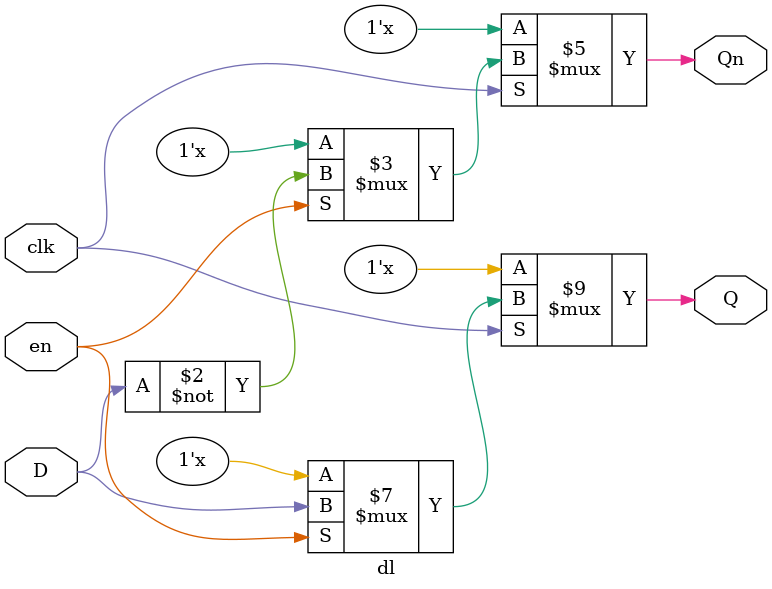
<source format=v>
module dl (
    input D,en,clk,
    output reg Q,Qn
);
    always @(*) begin
        if (clk) begin
            if (en) begin
                Q<=D;
                Qn<= ~D;
            end
        end
    end
endmodule
</source>
